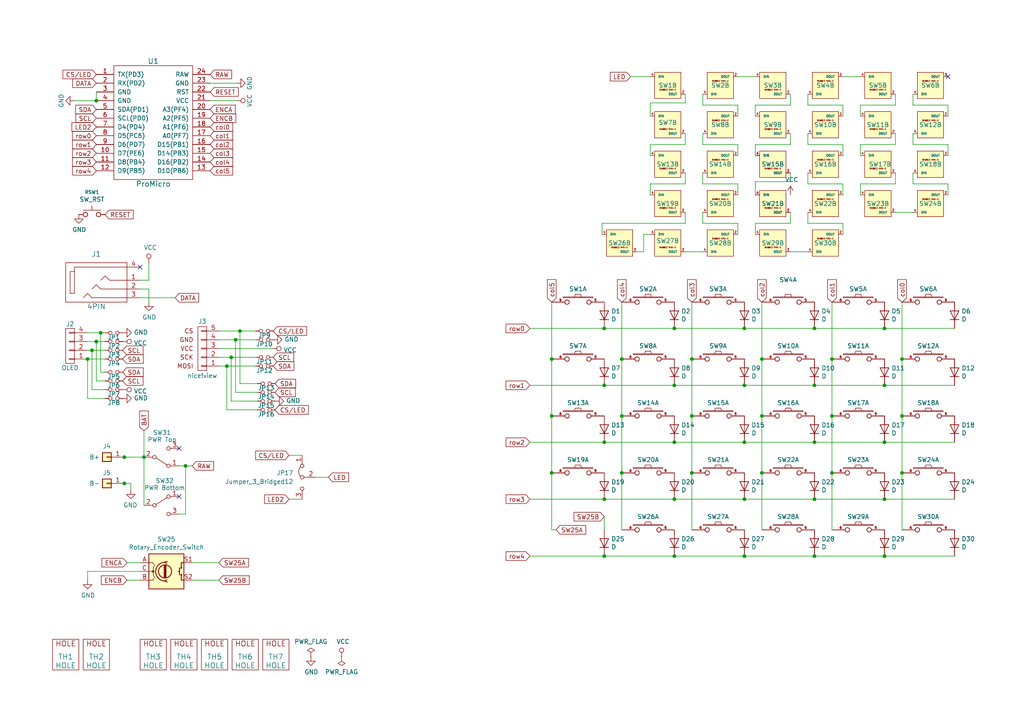
<source format=kicad_sch>
(kicad_sch (version 20231120) (generator "eeschema") (generator_version "8.0")
  (paper "A4")
  (junction (at 195.58 128.27))
  (junction (at 160.02 120.65))
  (junction (at 41.7576 132.588))
  (junction (at 261.62 104.14))
  (junction (at 195.58 111.76))
  (junction (at 256.54 128.27))
  (junction (at 256.54 161.29))
  (junction (at 160.02 104.14))
  (junction (at 27.94 99.06))
  (junction (at 29.21 96.52))
  (junction (at 67.056 103.632))
  (junction (at 200.66 104.14))
  (junction (at 236.22 128.27))
  (junction (at 220.98 137.16))
  (junction (at 236.22 95.25))
  (junction (at 69.596 96.012))
  (junction (at 160.02 137.16))
  (junction (at 65.786 106.172))
  (junction (at 175.26 128.27))
  (junction (at 195.58 95.25))
  (junction (at 256.54 111.76))
  (junction (at 200.66 137.16))
  (junction (at 261.62 137.16))
  (junction (at 220.98 104.14))
  (junction (at 236.22 111.76))
  (junction (at 175.26 144.78))
  (junction (at 180.34 104.14))
  (junction (at 256.54 95.25))
  (junction (at 68.326 98.552))
  (junction (at 215.9 95.25))
  (junction (at 241.3 120.65))
  (junction (at 215.9 128.27))
  (junction (at 195.58 144.78))
  (junction (at 236.22 144.78))
  (junction (at 215.9 144.78))
  (junction (at 175.26 111.76))
  (junction (at 27.94 29.21))
  (junction (at 175.26 95.25))
  (junction (at 220.98 120.65))
  (junction (at 200.66 120.65))
  (junction (at 195.58 161.29))
  (junction (at 25.4 104.14))
  (junction (at 180.34 137.16))
  (junction (at 36.068 140.208))
  (junction (at 53.8226 135.128))
  (junction (at 256.54 144.78))
  (junction (at 241.3 104.14))
  (junction (at 26.67 101.6))
  (junction (at 215.9 111.76))
  (junction (at 241.3 137.16))
  (junction (at 180.34 120.65))
  (junction (at 215.9 161.29))
  (junction (at 36.068 132.588))
  (junction (at 175.26 161.29))
  (junction (at 236.22 161.29))
  (junction (at 261.62 120.65))
  (no_connect (at 51.9176 130.048))
  (no_connect (at 51.9176 144.018))
  (no_connect (at 40.64 77.47))
  (no_connect (at 274.955 22.225))
  (wire (pts (xy 69.596 111.252) (xy 69.596 96.012)))
  (wire (pts (xy 160.02 120.65) (xy 160.02 137.16)))
  (wire (pts (xy 175.26 149.86) (xy 175.26 153.67)))
  (wire (pts (xy 215.9 128.27) (xy 236.22 128.27)))
  (wire (pts (xy 234.315 30.48) (xy 234.315 27.305)))
  (wire (pts (xy 40.64 86.36) (xy 50.8 86.36)))
  (wire (pts (xy 41.7576 124.968) (xy 41.7576 132.588)))
  (wire (pts (xy 175.26 161.29) (xy 195.58 161.29)))
  (wire (pts (xy 203.835 30.48) (xy 203.835 27.305)))
  (wire (pts (xy 203.835 41.91) (xy 203.835 38.735)))
  (wire (pts (xy 63.754 106.172) (xy 65.786 106.172)))
  (wire (pts (xy 203.835 53.34) (xy 203.835 50.165)))
  (wire (pts (xy 256.54 128.27) (xy 276.86 128.27)))
  (wire (pts (xy 213.995 64.77) (xy 203.835 64.77)))
  (wire (pts (xy 184.785 73.025) (xy 186.69 73.025)))
  (wire (pts (xy 229.235 27.305) (xy 229.235 30.48)))
  (wire (pts (xy 60.96 29.21) (xy 68.58 29.21)))
  (wire (pts (xy 25.4 99.06) (xy 27.94 99.06)))
  (wire (pts (xy 51.9176 149.098) (xy 53.8226 149.098)))
  (wire (pts (xy 186.69 67.945) (xy 188.595 67.945)))
  (wire (pts (xy 188.595 41.91) (xy 188.595 45.085)))
  (wire (pts (xy 220.98 120.65) (xy 220.98 137.16)))
  (wire (pts (xy 87.63 132.08) (xy 83.82 132.08)))
  (wire (pts (xy 51.9176 135.128) (xy 53.8226 135.128)))
  (wire (pts (xy 198.755 50.165) (xy 198.755 53.34)))
  (wire (pts (xy 25.4 115.57) (xy 30.48 115.57)))
  (wire (pts (xy 27.94 110.49) (xy 30.48 110.49)))
  (wire (pts (xy 36.068 140.208) (xy 36.0426 140.208)))
  (wire (pts (xy 274.955 45.085) (xy 274.955 41.91)))
  (wire (pts (xy 236.22 128.27) (xy 256.54 128.27)))
  (wire (pts (xy 160.02 153.67) (xy 161.29 153.67)))
  (wire (pts (xy 215.9 111.76) (xy 236.22 111.76)))
  (wire (pts (xy 53.8226 149.098) (xy 53.8226 135.128)))
  (wire (pts (xy 55.88 163.195) (xy 63.5 163.195)))
  (wire (pts (xy 41.7576 132.588) (xy 41.7576 146.558)))
  (wire (pts (xy 241.3 137.16) (xy 241.3 120.65)))
  (wire (pts (xy 43.18 81.28) (xy 40.64 81.28)))
  (wire (pts (xy 213.995 33.655) (xy 213.995 30.48)))
  (wire (pts (xy 244.475 64.77) (xy 234.315 64.77)))
  (wire (pts (xy 27.94 26.67) (xy 27.94 29.21)))
  (wire (pts (xy 200.66 104.14) (xy 200.66 120.65)))
  (wire (pts (xy 234.315 64.77) (xy 234.315 61.595)))
  (wire (pts (xy 213.995 30.48) (xy 203.835 30.48)))
  (wire (pts (xy 256.54 161.29) (xy 276.86 161.29)))
  (wire (pts (xy 37.9476 142.113) (xy 37.9476 140.208)))
  (wire (pts (xy 219.075 41.91) (xy 219.075 45.085)))
  (wire (pts (xy 195.58 128.27) (xy 175.26 128.27)))
  (wire (pts (xy 67.056 116.332) (xy 67.056 103.632)))
  (wire (pts (xy 25.4 104.14) (xy 25.4 115.57)))
  (wire (pts (xy 198.755 41.91) (xy 188.595 41.91)))
  (wire (pts (xy 95.25 138.43) (xy 91.44 138.43)))
  (wire (pts (xy 198.755 73.025) (xy 203.835 73.025)))
  (wire (pts (xy 195.58 95.25) (xy 215.9 95.25)))
  (wire (pts (xy 198.755 64.77) (xy 174.625 64.77)))
  (wire (pts (xy 229.235 52.705) (xy 219.075 52.705)))
  (wire (pts (xy 229.235 61.595) (xy 229.235 64.77)))
  (wire (pts (xy 160.02 87.63) (xy 160.02 104.14)))
  (wire (pts (xy 244.475 53.34) (xy 234.315 53.34)))
  (wire (pts (xy 43.18 83.82) (xy 43.18 87.63)))
  (wire (pts (xy 188.595 53.34) (xy 188.595 56.515)))
  (wire (pts (xy 249.555 30.48) (xy 249.555 33.655)))
  (wire (pts (xy 198.755 53.34) (xy 188.595 53.34)))
  (wire (pts (xy 261.62 104.14) (xy 261.62 87.63)))
  (wire (pts (xy 256.54 95.25) (xy 276.86 95.25)))
  (wire (pts (xy 186.69 73.025) (xy 186.69 67.945)))
  (wire (pts (xy 261.62 120.65) (xy 261.62 104.14)))
  (wire (pts (xy 249.555 53.34) (xy 249.555 56.515)))
  (wire (pts (xy 40.64 165.735) (xy 25.4 165.735)))
  (wire (pts (xy 160.02 104.14) (xy 160.02 120.65)))
  (wire (pts (xy 182.88 22.225) (xy 188.595 22.225)))
  (wire (pts (xy 63.754 101.092) (xy 78.994 101.092)))
  (wire (pts (xy 244.475 56.515) (xy 244.475 53.34)))
  (wire (pts (xy 25.4 101.6) (xy 26.67 101.6)))
  (wire (pts (xy 65.786 106.172) (xy 74.168 106.172)))
  (wire (pts (xy 229.235 30.48) (xy 219.075 30.48)))
  (wire (pts (xy 264.795 41.91) (xy 264.795 38.735)))
  (wire (pts (xy 195.58 95.25) (xy 175.26 95.25)))
  (wire (pts (xy 259.715 53.34) (xy 249.555 53.34)))
  (wire (pts (xy 53.8226 135.128) (xy 55.7276 135.128)))
  (wire (pts (xy 259.715 61.595) (xy 264.795 61.595)))
  (wire (pts (xy 195.58 161.29) (xy 215.9 161.29)))
  (wire (pts (xy 200.66 137.16) (xy 200.66 153.67)))
  (wire (pts (xy 36.83 163.195) (xy 40.64 163.195)))
  (wire (pts (xy 256.54 95.25) (xy 236.22 95.25)))
  (wire (pts (xy 198.755 38.735) (xy 198.755 41.91)))
  (wire (pts (xy 213.995 41.91) (xy 203.835 41.91)))
  (wire (pts (xy 259.715 38.735) (xy 259.715 41.91)))
  (wire (pts (xy 175.26 95.25) (xy 153.67 95.25)))
  (wire (pts (xy 229.235 41.91) (xy 219.075 41.91)))
  (wire (pts (xy 249.555 41.91) (xy 249.555 45.085)))
  (wire (pts (xy 219.075 64.77) (xy 219.075 67.945)))
  (wire (pts (xy 180.34 137.16) (xy 180.34 153.67)))
  (wire (pts (xy 37.9476 140.208) (xy 36.068 140.208)))
  (wire (pts (xy 29.21 96.52) (xy 30.48 96.52)))
  (wire (pts (xy 220.98 104.14) (xy 220.98 120.65)))
  (wire (pts (xy 274.955 53.34) (xy 264.795 53.34)))
  (wire (pts (xy 229.235 73.025) (xy 234.315 73.025)))
  (wire (pts (xy 213.995 45.085) (xy 213.995 41.91)))
  (wire (pts (xy 180.34 87.63) (xy 180.34 104.14)))
  (wire (pts (xy 87.63 144.78) (xy 83.82 144.78)))
  (wire (pts (xy 36.0426 132.588) (xy 36.068 132.588)))
  (wire (pts (xy 25.4 96.52) (xy 29.21 96.52)))
  (wire (pts (xy 69.596 96.012) (xy 74.168 96.012)))
  (wire (pts (xy 195.58 111.76) (xy 215.9 111.76)))
  (wire (pts (xy 174.625 64.77) (xy 174.625 67.945)))
  (wire (pts (xy 219.075 30.48) (xy 219.075 33.655)))
  (wire (pts (xy 256.54 111.76) (xy 276.86 111.76)))
  (wire (pts (xy 36.83 168.275) (xy 40.64 168.275)))
  (wire (pts (xy 29.21 107.95) (xy 30.48 107.95)))
  (wire (pts (xy 203.835 64.77) (xy 203.835 61.595)))
  (wire (pts (xy 180.34 120.65) (xy 180.34 137.16)))
  (wire (pts (xy 259.715 30.48) (xy 249.555 30.48)))
  (wire (pts (xy 241.3 87.63) (xy 241.3 104.14)))
  (wire (pts (xy 213.995 67.945) (xy 213.995 64.77)))
  (wire (pts (xy 236.22 161.29) (xy 256.54 161.29)))
  (wire (pts (xy 26.67 101.6) (xy 26.67 113.03)))
  (wire (pts (xy 241.3 104.14) (xy 241.3 120.65)))
  (wire (pts (xy 27.94 29.21) (xy 21.59 29.21)))
  (wire (pts (xy 244.475 33.655) (xy 244.475 30.48)))
  (wire (pts (xy 200.66 120.65) (xy 200.66 137.16)))
  (wire (pts (xy 26.67 101.6) (xy 30.48 101.6)))
  (wire (pts (xy 274.955 41.91) (xy 264.795 41.91)))
  (wire (pts (xy 274.955 33.655) (xy 274.955 30.48)))
  (wire (pts (xy 27.94 99.06) (xy 30.48 99.06)))
  (wire (pts (xy 195.58 111.76) (xy 175.26 111.76)))
  (wire (pts (xy 30.48 104.14) (xy 25.4 104.14)))
  (wire (pts (xy 43.18 76.2) (xy 43.18 81.28)))
  (wire (pts (xy 60.96 24.13) (xy 68.58 24.13)))
  (wire (pts (xy 68.326 98.552) (xy 74.168 98.552)))
  (wire (pts (xy 213.995 22.225) (xy 219.075 22.225)))
  (wire (pts (xy 229.235 38.735) (xy 229.235 41.91)))
  (wire (pts (xy 234.315 41.91) (xy 234.315 38.735)))
  (wire (pts (xy 244.475 30.48) (xy 234.315 30.48)))
  (wire (pts (xy 63.754 98.552) (xy 68.326 98.552)))
  (wire (pts (xy 264.795 53.34) (xy 264.795 50.165)))
  (wire (pts (xy 27.94 99.06) (xy 27.94 110.49)))
  (wire (pts (xy 261.62 120.65) (xy 261.62 137.16)))
  (wire (pts (xy 236.22 111.76) (xy 256.54 111.76)))
  (wire (pts (xy 219.075 52.705) (xy 219.075 56.515)))
  (wire (pts (xy 29.21 96.52) (xy 29.21 107.95)))
  (wire (pts (xy 36.068 132.588) (xy 41.7576 132.588)))
  (wire (pts (xy 40.64 83.82) (xy 43.18 83.82)))
  (wire (pts (xy 261.62 137.16) (xy 261.62 153.67)))
  (wire (pts (xy 175.26 111.76) (xy 153.67 111.76)))
  (wire (pts (xy 259.715 50.165) (xy 259.715 53.34)))
  (wire (pts (xy 259.715 41.91) (xy 249.555 41.91)))
  (wire (pts (xy 26.67 113.03) (xy 30.48 113.03)))
  (wire (pts (xy 256.54 144.78) (xy 276.86 144.78)))
  (wire (pts (xy 188.595 29.845) (xy 188.595 33.655)))
  (wire (pts (xy 195.58 144.78) (xy 215.9 144.78)))
  (wire (pts (xy 274.955 56.515) (xy 274.955 53.34)))
  (wire (pts (xy 180.34 104.14) (xy 180.34 120.65)))
  (wire (pts (xy 259.715 27.305) (xy 259.715 30.48)))
  (wire (pts (xy 74.676 113.792) (xy 68.326 113.792)))
  (wire (pts (xy 65.786 118.872) (xy 65.786 106.172)))
  (wire (pts (xy 153.67 161.29) (xy 175.26 161.29)))
  (wire (pts (xy 264.795 30.48) (xy 264.795 27.305)))
  (wire (pts (xy 244.475 41.91) (xy 234.315 41.91)))
  (wire (pts (xy 195.58 144.78) (xy 175.26 144.78)))
  (wire (pts (xy 213.995 53.34) (xy 203.835 53.34)))
  (wire (pts (xy 241.3 137.16) (xy 241.3 153.67)))
  (wire (pts (xy 200.66 87.63) (xy 200.66 104.14)))
  (wire (pts (xy 215.9 144.78) (xy 236.22 144.78)))
  (wire (pts (xy 198.755 27.305) (xy 198.755 29.845)))
  (wire (pts (xy 67.056 103.632) (xy 74.168 103.632)))
  (wire (pts (xy 220.98 137.16) (xy 220.98 153.67)))
  (wire (pts (xy 244.475 45.085) (xy 244.475 41.91)))
  (wire (pts (xy 215.9 161.29) (xy 236.22 161.29)))
  (wire (pts (xy 229.235 64.77) (xy 219.075 64.77)))
  (wire (pts (xy 244.475 22.225) (xy 249.555 22.225)))
  (wire (pts (xy 274.955 30.48) (xy 264.795 30.48)))
  (wire (pts (xy 63.754 103.632) (xy 67.056 103.632)))
  (wire (pts (xy 229.235 50.165) (xy 229.235 52.705)))
  (wire (pts (xy 198.755 61.595) (xy 198.755 64.77)))
  (wire (pts (xy 63.754 96.012) (xy 69.596 96.012)))
  (wire (pts (xy 68.326 113.792) (xy 68.326 98.552)))
  (wire (pts (xy 74.676 111.252) (xy 69.596 111.252)))
  (wire (pts (xy 234.315 53.34) (xy 234.315 50.165)))
  (wire (pts (xy 220.98 87.63) (xy 220.98 104.14)))
  (wire (pts (xy 74.676 118.872) (xy 65.786 118.872)))
  (wire (pts (xy 215.9 95.25) (xy 236.22 95.25)))
  (wire (pts (xy 74.676 116.332) (xy 67.056 116.332)))
  (wire (pts (xy 175.26 128.27) (xy 153.67 128.27)))
  (wire (pts (xy 244.475 67.945) (xy 244.475 64.77)))
  (wire (pts (xy 25.4 165.735) (xy 25.4 168.275)))
  (wire (pts (xy 160.02 137.16) (xy 160.02 153.67)))
  (wire (pts (xy 55.88 168.275) (xy 63.5 168.275)))
  (wire (pts (xy 213.995 56.515) (xy 213.995 53.34)))
  (wire (pts (xy 236.22 144.78) (xy 256.54 144.78)))
  (wire (pts (xy 198.755 29.845) (xy 188.595 29.845)))
  (wire (pts (xy 195.58 128.27) (xy 215.9 128.27)))
  (wire (pts (xy 175.26 144.78) (xy 153.67 144.78)))
  (global_label "col2" (shape input) (at 220.98 87.63 90) (property "Intersheetrefs" "${INTERSHEET_REFS}" (effects (hide yes))))
  (global_label "DATA" (shape input) (at 50.8 86.36 0) (property "Intersheetrefs" "${INTERSHEET_REFS}" (effects (hide yes))))
  (global_label "RESET" (shape input) (at 30.48 62.23 0) (property "Intersheetrefs" "${INTERSHEET_REFS}" (effects (hide yes))))
  (global_label "col4" (shape input) (at 60.96 46.99 0) (property "Intersheetrefs" "${INTERSHEET_REFS}" (effects (hide yes))))
  (global_label "ENCA" (shape input) (at 60.96 31.75 0) (property "Intersheetrefs" "${INTERSHEET_REFS}" (effects (hide yes))))
  (global_label "RESET" (shape input) (at 60.96 26.67 0) (property "Intersheetrefs" "${INTERSHEET_REFS}" (effects (hide yes))))
  (global_label "row3" (shape input) (at 153.67 144.78 180) (property "Intersheetrefs" "${INTERSHEET_REFS}" (effects (hide yes))))
  (global_label "row1" (shape input) (at 153.67 111.76 180) (property "Intersheetrefs" "${INTERSHEET_REFS}" (effects (hide yes))))
  (global_label "col0" (shape input) (at 60.96 36.83 0) (property "Intersheetrefs" "${INTERSHEET_REFS}" (effects (hide yes))))
  (global_label "CS{slash}LED" (shape input) (at 83.82 132.08 180) (property "Intersheetrefs" "${INTERSHEET_REFS}" (effects (hide yes))))
  (global_label "LED2" (shape input) (at 27.94 36.83 180) (property "Intersheetrefs" "${INTERSHEET_REFS}" (effects (hide yes))))
  (global_label "ENCB" (shape input) (at 60.96 34.29 0) (property "Intersheetrefs" "${INTERSHEET_REFS}" (effects (hide yes))))
  (global_label "SW25B" (shape input) (at 175.26 149.86 180) (property "Intersheetrefs" "${INTERSHEET_REFS}" (effects (hide yes))))
  (global_label "ENCA" (shape input) (at 36.83 163.195 180) (property "Intersheetrefs" "${INTERSHEET_REFS}" (effects (hide yes))))
  (global_label "col2" (shape input) (at 60.96 41.91 0) (property "Intersheetrefs" "${INTERSHEET_REFS}" (effects (hide yes))))
  (global_label "row4" (shape input) (at 27.94 49.53 180) (property "Intersheetrefs" "${INTERSHEET_REFS}" (effects (hide yes))))
  (global_label "col3" (shape input) (at 200.66 87.63 90) (property "Intersheetrefs" "${INTERSHEET_REFS}" (effects (hide yes))))
  (global_label "SDA" (shape input) (at 35.56 107.95 0) (property "Intersheetrefs" "${INTERSHEET_REFS}" (effects (hide yes))))
  (global_label "SCL" (shape input) (at 35.56 101.6 0) (property "Intersheetrefs" "${INTERSHEET_REFS}" (effects (hide yes))))
  (global_label "SCL" (shape input) (at 27.94 34.29 180) (property "Intersheetrefs" "${INTERSHEET_REFS}" (effects (hide yes))))
  (global_label "DATA" (shape input) (at 27.94 24.13 180) (property "Intersheetrefs" "${INTERSHEET_REFS}" (effects (hide yes))))
  (global_label "SW25B" (shape input) (at 63.5 168.275 0) (property "Intersheetrefs" "${INTERSHEET_REFS}" (effects (hide yes))))
  (global_label "SW25A" (shape input) (at 161.29 153.67 0) (property "Intersheetrefs" "${INTERSHEET_REFS}" (effects (hide yes))))
  (global_label "BAT" (shape input) (at 41.7576 124.968 90) (property "Intersheetrefs" "${INTERSHEET_REFS}" (effects (hide yes))))
  (global_label "CS{slash}LED" (shape input) (at 79.756 118.872 0) (property "Intersheetrefs" "${INTERSHEET_REFS}" (effects (hide yes))))
  (global_label "SCL" (shape input) (at 79.756 113.792 0) (property "Intersheetrefs" "${INTERSHEET_REFS}" (effects (hide yes))))
  (global_label "row4" (shape input) (at 153.67 161.29 180) (property "Intersheetrefs" "${INTERSHEET_REFS}" (effects (hide yes))))
  (global_label "SW25A" (shape input) (at 63.5 163.195 0) (property "Intersheetrefs" "${INTERSHEET_REFS}" (effects (hide yes))))
  (global_label "row2" (shape input) (at 153.67 128.27 180) (property "Intersheetrefs" "${INTERSHEET_REFS}" (effects (hide yes))))
  (global_label "row0" (shape input) (at 27.94 39.37 180) (property "Intersheetrefs" "${INTERSHEET_REFS}" (effects (hide yes))))
  (global_label "CS{slash}LED" (shape input) (at 27.94 21.59 180) (property "Intersheetrefs" "${INTERSHEET_REFS}" (effects (hide yes))))
  (global_label "SDA" (shape input) (at 79.248 106.172 0) (property "Intersheetrefs" "${INTERSHEET_REFS}" (effects (hide yes))))
  (global_label "LED" (shape input) (at 95.25 138.43 0) (property "Intersheetrefs" "${INTERSHEET_REFS}" (effects (hide yes))))
  (global_label "col5" (shape input) (at 60.96 49.53 0) (property "Intersheetrefs" "${INTERSHEET_REFS}" (effects (hide yes))))
  (global_label "SDA" (shape input) (at 27.94 31.75 180) (property "Intersheetrefs" "${INTERSHEET_REFS}" (effects (hide yes))))
  (global_label "RAW" (shape input) (at 60.96 21.59 0) (property "Intersheetrefs" "${INTERSHEET_REFS}" (effects (hide yes))))
  (global_label "row1" (shape input) (at 27.94 41.91 180) (property "Intersheetrefs" "${INTERSHEET_REFS}" (effects (hide yes))))
  (global_label "row0" (shape input) (at 153.67 95.25 180) (property "Intersheetrefs" "${INTERSHEET_REFS}" (effects (hide yes))))
  (global_label "col1" (shape input) (at 60.96 39.37 0) (property "Intersheetrefs" "${INTERSHEET_REFS}" (effects (hide yes))))
  (global_label "LED" (shape input) (at 182.88 22.225 180) (property "Intersheetrefs" "${INTERSHEET_REFS}" (effects (hide yes))))
  (global_label "CS{slash}LED" (shape input) (at 79.248 96.012 0) (property "Intersheetrefs" "${INTERSHEET_REFS}" (effects (hide yes))))
  (global_label "LED2" (shape input) (at 83.82 144.78 180) (property "Intersheetrefs" "${INTERSHEET_REFS}" (effects (hide yes))))
  (global_label "SCL" (shape input) (at 35.56 110.49 0) (property "Intersheetrefs" "${INTERSHEET_REFS}" (effects (hide yes))))
  (global_label "row2" (shape input) (at 27.94 44.45 180) (property "Intersheetrefs" "${INTERSHEET_REFS}" (effects (hide yes))))
  (global_label "SDA" (shape input) (at 79.756 111.252 0) (property "Intersheetrefs" "${INTERSHEET_REFS}" (effects (hide yes))))
  (global_label "RAW" (shape input) (at 55.7276 135.128 0) (property "Intersheetrefs" "${INTERSHEET_REFS}" (effects (hide yes))))
  (global_label "col1" (shape input) (at 241.3 87.63 90) (property "Intersheetrefs" "${INTERSHEET_REFS}" (effects (hide yes))))
  (global_label "ENCB" (shape input) (at 36.83 168.275 180) (property "Intersheetrefs" "${INTERSHEET_REFS}" (effects (hide yes))))
  (global_label "col5" (shape input) (at 160.02 87.63 90) (property "Intersheetrefs" "${INTERSHEET_REFS}" (effects (hide yes))))
  (global_label "col3" (shape input) (at 60.96 44.45 0) (property "Intersheetrefs" "${INTERSHEET_REFS}" (effects (hide yes))))
  (global_label "row3" (shape input) (at 27.94 46.99 180) (property "Intersheetrefs" "${INTERSHEET_REFS}" (effects (hide yes))))
  (global_label "col0" (shape input) (at 261.62 87.63 90) (property "Intersheetrefs" "${INTERSHEET_REFS}" (effects (hide yes))))
  (global_label "col4" (shape input) (at 180.34 87.63 90) (property "Intersheetrefs" "${INTERSHEET_REFS}" (effects (hide yes))))
  (global_label "SDA" (shape input) (at 35.56 104.14 0) (property "Intersheetrefs" "${INTERSHEET_REFS}" (effects (hide yes))))
  (global_label "SCL" (shape input) (at 79.248 103.632 0) (property "Intersheetrefs" "${INTERSHEET_REFS}" (effects (hide yes))))
  (symbol (lib_id "SofleKeyboard-rescue:ProMicro_2-Lily58-cache-Lily58_Pro-rescue") (at 44.45 35.56 0) (unit 1)
    (property "Reference" "U1" (at 44.45 17.78 0) (effects (font (size 1.524 1.524))))
    (property "Value" "ProMicro" (at 44.45 53.34 0) (effects (font (size 1.524 1.524))))
    (property "Footprint" "SofleChoc:ProMicro" (effects (hide yes)))
  )
  (symbol (lib_id "SofleKeyboard:SW_PUSH_LED") (at 187.96 153.67 0) (unit 1)
    (property "Reference" "SW26" (at 187.96 149.86 0))
    (property "Value" "SW_PUSH_LED" (effects (hide yes)))
    (property "Footprint" "SofleChoc:Choc_Hotswap_SK6812MiniE" (effects (hide yes)))
  )
  (symbol (lib_id "SofleKeyboard:SW_PUSH_LED") (at 167.64 87.63 0) (unit 1)
    (property "Reference" "SW1" (at 167.64 83.82 0))
    (property "Value" "SW_PUSH_LED" (effects (hide yes)))
    (property "Footprint" "SofleChoc:Choc_Hotswap_SK6812MiniE" (effects (hide yes)))
  )
  (symbol (lib_id "SofleKeyboard-rescue:D-Lily58-cache-Lily58_Pro-rescue") (at 175.26 91.44 90) (unit 1)
    (property "Reference" "D1" (at 177.2666 90.2716 90) (effects (justify right)))
    (property "Value" "D" (at 177.2666 92.583 90) (effects (justify right)))
    (property "Footprint" "SofleChoc:crkbd-diode" (effects (hide yes)))
  )
  (symbol (lib_id "SofleKeyboard:SW_PUSH_LED") (at 187.96 87.63 0) (unit 1)
    (property "Reference" "SW2" (at 187.96 83.82 0))
    (property "Value" "SW_PUSH_LED" (effects (hide yes)))
    (property "Footprint" "SofleChoc:Choc_Hotswap_SK6812MiniE" (effects (hide yes)))
  )
  (symbol (lib_id "SofleKeyboard-rescue:D-Lily58-cache-Lily58_Pro-rescue") (at 195.58 91.44 90) (unit 1)
    (property "Reference" "D2" (at 197.5866 90.2716 90) (effects (justify right)))
    (property "Value" "D" (at 197.5866 92.583 90) (effects (justify right)))
    (property "Footprint" "SofleChoc:crkbd-diode" (effects (hide yes)))
  )
  (symbol (lib_id "SofleKeyboard:SW_PUSH_LED") (at 208.28 87.63 0) (unit 1)
    (property "Reference" "SW3" (at 208.28 83.82 0))
    (property "Value" "SW_PUSH_LED" (effects (hide yes)))
    (property "Footprint" "SofleChoc:Choc_Hotswap_SK6812MiniE" (effects (hide yes)))
  )
  (symbol (lib_id "SofleKeyboard-rescue:D-Lily58-cache-Lily58_Pro-rescue") (at 215.9 91.44 90) (unit 1)
    (property "Reference" "D3" (at 217.9066 90.2716 90) (effects (justify right)))
    (property "Value" "D" (at 217.9066 92.583 90) (effects (justify right)))
    (property "Footprint" "SofleChoc:crkbd-diode" (effects (hide yes)))
  )
  (symbol (lib_id "SofleKeyboard:SW_PUSH_LED") (at 228.6 87.63 0) (unit 1)
    (property "Reference" "SW4" (at 228.6 81.153 0))
    (property "Value" "SW_PUSH_LED" (effects (hide yes)))
    (property "Footprint" "SofleChoc:Choc_Hotswap_SK6812MiniE" (effects (hide yes)))
  )
  (symbol (lib_id "SofleKeyboard-rescue:D-Lily58-cache-Lily58_Pro-rescue") (at 236.22 91.44 90) (unit 1)
    (property "Reference" "D4" (at 238.2266 90.2716 90) (effects (justify right)))
    (property "Value" "D" (at 238.2266 92.583 90) (effects (justify right)))
    (property "Footprint" "SofleChoc:crkbd-diode" (effects (hide yes)))
  )
  (symbol (lib_id "SofleKeyboard:SW_PUSH_LED") (at 248.92 87.63 0) (unit 1)
    (property "Reference" "SW5" (at 248.92 83.82 0))
    (property "Value" "SW_PUSH_LED" (effects (hide yes)))
    (property "Footprint" "SofleChoc:Choc_Hotswap_SK6812MiniE" (effects (hide yes)))
  )
  (symbol (lib_id "SofleKeyboard-rescue:D-Lily58-cache-Lily58_Pro-rescue") (at 256.54 91.44 90) (unit 1)
    (property "Reference" "D5" (at 258.5466 90.2716 90) (effects (justify right)))
    (property "Value" "D" (at 258.5466 92.583 90) (effects (justify right)))
    (property "Footprint" "SofleChoc:crkbd-diode" (effects (hide yes)))
  )
  (symbol (lib_id "SofleKeyboard:SW_PUSH_LED") (at 269.24 87.63 0) (unit 1)
    (property "Reference" "SW6" (at 269.24 83.82 0))
    (property "Value" "SW_PUSH_LED" (effects (hide yes)))
    (property "Footprint" "SofleChoc:Choc_Hotswap_SK6812MiniE" (effects (hide yes)))
  )
  (symbol (lib_id "SofleKeyboard-rescue:D-Lily58-cache-Lily58_Pro-rescue") (at 276.86 91.44 90) (unit 1)
    (property "Reference" "D6" (at 278.8666 90.2716 90) (effects (justify right)))
    (property "Value" "D" (at 278.8666 92.583 90) (effects (justify right)))
    (property "Footprint" "SofleChoc:crkbd-diode" (effects (hide yes)))
  )
  (symbol (lib_id "SofleKeyboard:SW_PUSH_LED") (at 187.96 104.14 0) (unit 1)
    (property "Reference" "SW8" (at 187.96 100.33 0))
    (property "Value" "SW_PUSH_LED" (effects (hide yes)))
    (property "Footprint" "SofleChoc:Choc_Hotswap_SK6812MiniE" (effects (hide yes)))
  )
  (symbol (lib_id "SofleKeyboard:SW_PUSH_LED") (at 208.28 104.14 0) (unit 1)
    (property "Reference" "SW9" (at 208.28 100.33 0))
    (property "Value" "SW_PUSH_LED" (effects (hide yes)))
    (property "Footprint" "SofleChoc:Choc_Hotswap_SK6812MiniE" (effects (hide yes)))
  )
  (symbol (lib_id "SofleKeyboard:SW_PUSH_LED") (at 228.6 104.14 0) (unit 1)
    (property "Reference" "SW10" (at 228.6 100.33 0))
    (property "Value" "SW_PUSH_LED" (effects (hide yes)))
    (property "Footprint" "SofleChoc:Choc_Hotswap_SK6812MiniE" (effects (hide yes)))
  )
  (symbol (lib_id "SofleKeyboard:SW_PUSH_LED") (at 248.92 104.14 0) (unit 1)
    (property "Reference" "SW11" (at 248.92 100.33 0))
    (property "Value" "SW_PUSH_LED" (effects (hide yes)))
    (property "Footprint" "SofleChoc:Choc_Hotswap_SK6812MiniE" (effects (hide yes)))
  )
  (symbol (lib_id "SofleKeyboard:SW_PUSH_LED") (at 269.24 104.14 0) (unit 1)
    (property "Reference" "SW12" (at 269.24 100.33 0))
    (property "Value" "SW_PUSH_LED" (effects (hide yes)))
    (property "Footprint" "SofleChoc:Choc_Hotswap_SK6812MiniE" (effects (hide yes)))
  )
  (symbol (lib_id "SofleKeyboard:SW_PUSH_LED") (at 167.64 104.14 0) (unit 1)
    (property "Reference" "SW7" (at 167.64 100.33 0))
    (property "Value" "SW_PUSH_LED" (effects (hide yes)))
    (property "Footprint" "SofleChoc:Choc_Hotswap_SK6812MiniE" (effects (hide yes)))
  )
  (symbol (lib_id "SofleKeyboard-rescue:D-Lily58-cache-Lily58_Pro-rescue") (at 175.26 107.95 90) (unit 1)
    (property "Reference" "D7" (at 177.2666 106.7816 90) (effects (justify right)))
    (property "Value" "D" (at 177.2666 109.093 90) (effects (justify right)))
    (property "Footprint" "SofleChoc:crkbd-diode" (effects (hide yes)))
  )
  (symbol (lib_id "SofleKeyboard-rescue:D-Lily58-cache-Lily58_Pro-rescue") (at 195.58 107.95 90) (unit 1)
    (property "Reference" "D8" (at 197.5866 106.7816 90) (effects (justify right)))
    (property "Value" "D" (at 197.5866 109.093 90) (effects (justify right)))
    (property "Footprint" "SofleChoc:crkbd-diode" (effects (hide yes)))
  )
  (symbol (lib_id "SofleKeyboard-rescue:D-Lily58-cache-Lily58_Pro-rescue") (at 215.9 107.95 90) (unit 1)
    (property "Reference" "D9" (at 217.9066 106.7816 90) (effects (justify right)))
    (property "Value" "D" (at 217.9066 109.093 90) (effects (justify right)))
    (property "Footprint" "SofleChoc:crkbd-diode" (effects (hide yes)))
  )
  (symbol (lib_id "SofleKeyboard-rescue:D-Lily58-cache-Lily58_Pro-rescue") (at 236.22 107.95 90) (unit 1)
    (property "Reference" "D10" (at 238.2266 106.7816 90) (effects (justify right)))
    (property "Value" "D" (at 238.2266 109.093 90) (effects (justify right)))
    (property "Footprint" "SofleChoc:crkbd-diode" (effects (hide yes)))
  )
  (symbol (lib_id "SofleKeyboard-rescue:D-Lily58-cache-Lily58_Pro-rescue") (at 256.54 107.95 90) (unit 1)
    (property "Reference" "D11" (at 258.5466 106.7816 90) (effects (justify right)))
    (property "Value" "D" (at 258.5466 109.093 90) (effects (justify right)))
    (property "Footprint" "SofleChoc:crkbd-diode" (effects (hide yes)))
  )
  (symbol (lib_id "SofleKeyboard-rescue:D-Lily58-cache-Lily58_Pro-rescue") (at 276.86 107.95 90) (unit 1)
    (property "Reference" "D12" (at 278.8666 106.7816 90) (effects (justify right)))
    (property "Value" "D" (at 278.8666 109.093 90) (effects (justify right)))
    (property "Footprint" "SofleChoc:crkbd-diode" (effects (hide yes)))
  )
  (symbol (lib_id "SofleKeyboard:SW_PUSH_LED") (at 167.64 120.65 0) (unit 1)
    (property "Reference" "SW13" (at 167.64 116.84 0))
    (property "Value" "SW_PUSH_LED" (effects (hide yes)))
    (property "Footprint" "SofleChoc:Choc_Hotswap_SK6812MiniE" (effects (hide yes)))
  )
  (symbol (lib_id "SofleKeyboard:SW_PUSH_LED") (at 187.96 120.65 0) (unit 1)
    (property "Reference" "SW14" (at 187.96 116.84 0))
    (property "Value" "SW_PUSH_LED" (effects (hide yes)))
    (property "Footprint" "SofleChoc:Choc_Hotswap_SK6812MiniE" (effects (hide yes)))
  )
  (symbol (lib_id "SofleKeyboard:SW_PUSH_LED") (at 208.28 120.65 0) (unit 1)
    (property "Reference" "SW15" (at 208.28 116.84 0))
    (property "Value" "SW_PUSH_LED" (effects (hide yes)))
    (property "Footprint" "SofleChoc:Choc_Hotswap_SK6812MiniE" (effects (hide yes)))
  )
  (symbol (lib_id "SofleKeyboard:SW_PUSH_LED") (at 228.6 120.65 0) (unit 1)
    (property "Reference" "SW16" (at 228.6 116.84 0))
    (property "Value" "SW_PUSH_LED" (effects (hide yes)))
    (property "Footprint" "SofleChoc:Choc_Hotswap_SK6812MiniE" (effects (hide yes)))
  )
  (symbol (lib_id "SofleKeyboard:SW_PUSH_LED") (at 248.92 120.65 0) (unit 1)
    (property "Reference" "SW17" (at 248.92 116.84 0))
    (property "Value" "SW_PUSH_LED" (effects (hide yes)))
    (property "Footprint" "SofleChoc:Choc_Hotswap_SK6812MiniE" (effects (hide yes)))
  )
  (symbol (lib_id "SofleKeyboard:SW_PUSH_LED") (at 269.24 120.65 0) (unit 1)
    (property "Reference" "SW18" (at 269.24 116.84 0))
    (property "Value" "SW_PUSH_LED" (effects (hide yes)))
    (property "Footprint" "SofleChoc:Choc_Hotswap_SK6812MiniE" (effects (hide yes)))
  )
  (symbol (lib_id "SofleKeyboard-rescue:D-Lily58-cache-Lily58_Pro-rescue") (at 175.26 124.46 90) (unit 1)
    (property "Reference" "D13" (at 177.2666 123.2916 90) (effects (justify right)))
    (property "Value" "D" (at 177.2666 125.603 90) (effects (justify right)))
    (property "Footprint" "SofleChoc:crkbd-diode" (effects (hide yes)))
  )
  (symbol (lib_id "SofleKeyboard-rescue:D-Lily58-cache-Lily58_Pro-rescue") (at 195.58 124.46 90) (unit 1)
    (property "Reference" "D14" (at 197.5866 123.2916 90) (effects (justify right)))
    (property "Value" "D" (at 197.5866 125.603 90) (effects (justify right)))
    (property "Footprint" "SofleChoc:crkbd-diode" (effects (hide yes)))
  )
  (symbol (lib_id "SofleKeyboard-rescue:D-Lily58-cache-Lily58_Pro-rescue") (at 215.9 124.46 90) (unit 1)
    (property "Reference" "D15" (at 217.9066 123.2916 90) (effects (justify right)))
    (property "Value" "D" (at 217.9066 125.603 90) (effects (justify right)))
    (property "Footprint" "SofleChoc:crkbd-diode" (effects (hide yes)))
  )
  (symbol (lib_id "SofleKeyboard-rescue:D-Lily58-cache-Lily58_Pro-rescue") (at 236.22 124.46 90) (unit 1)
    (property "Reference" "D16" (at 238.2266 123.2916 90) (effects (justify right)))
    (property "Value" "D" (at 238.2266 125.603 90) (effects (justify right)))
    (property "Footprint" "SofleChoc:crkbd-diode" (effects (hide yes)))
  )
  (symbol (lib_id "SofleKeyboard-rescue:D-Lily58-cache-Lily58_Pro-rescue") (at 256.54 124.46 90) (unit 1)
    (property "Reference" "D17" (at 258.5466 123.2916 90) (effects (justify right)))
    (property "Value" "D" (at 258.5466 125.603 90) (effects (justify right)))
    (property "Footprint" "SofleChoc:crkbd-diode" (effects (hide yes)))
  )
  (symbol (lib_id "SofleKeyboard-rescue:D-Lily58-cache-Lily58_Pro-rescue") (at 276.86 124.46 90) (unit 1)
    (property "Reference" "D18" (at 278.8666 123.2916 90) (effects (justify right)))
    (property "Value" "D" (at 278.8666 125.603 90) (effects (justify right)))
    (property "Footprint" "SofleChoc:crkbd-diode" (effects (hide yes)))
  )
  (symbol (lib_id "SofleKeyboard:SW_PUSH_LED") (at 208.28 137.16 0) (unit 1)
    (property "Reference" "SW21" (at 208.28 133.35 0))
    (property "Value" "SW_PUSH_LED" (effects (hide yes)))
    (property "Footprint" "SofleChoc:Choc_Hotswap_SK6812MiniE" (effects (hide yes)))
  )
  (symbol (lib_id "SofleKeyboard:SW_PUSH_LED") (at 228.6 137.16 0) (unit 1)
    (property "Reference" "SW22" (at 228.6 133.35 0))
    (property "Value" "SW_PUSH_LED" (effects (hide yes)))
    (property "Footprint" "SofleChoc:Choc_Hotswap_SK6812MiniE" (effects (hide yes)))
  )
  (symbol (lib_id "SofleKeyboard:SW_PUSH_LED") (at 248.92 137.16 0) (unit 1)
    (property "Reference" "SW23" (at 248.92 133.35 0))
    (property "Value" "SW_PUSH_LED" (effects (hide yes)))
    (property "Footprint" "SofleChoc:Choc_Hotswap_SK6812MiniE" (effects (hide yes)))
  )
  (symbol (lib_id "SofleKeyboard:SW_PUSH_LED") (at 269.24 137.16 0) (unit 1)
    (property "Reference" "SW24" (at 269.24 133.35 0))
    (property "Value" "SW_PUSH_LED" (effects (hide yes)))
    (property "Footprint" "SofleChoc:Choc_Hotswap_SK6812MiniE" (effects (hide yes)))
  )
  (symbol (lib_id "SofleKeyboard:SW_PUSH_LED") (at 187.96 137.16 0) (unit 1)
    (property "Reference" "SW20" (at 187.96 133.35 0))
    (property "Value" "SW_PUSH_LED" (effects (hide yes)))
    (property "Footprint" "SofleChoc:Choc_Hotswap_SK6812MiniE" (effects (hide yes)))
  )
  (symbol (lib_id "SofleKeyboard:SW_PUSH_LED") (at 167.64 137.16 0) (unit 1)
    (property "Reference" "SW19" (at 167.64 133.35 0))
    (property "Value" "SW_PUSH_LED" (effects (hide yes)))
    (property "Footprint" "SofleChoc:Choc_Hotswap_SK6812MiniE" (effects (hide yes)))
  )
  (symbol (lib_id "SofleKeyboard-rescue:D-Lily58-cache-Lily58_Pro-rescue") (at 175.26 140.97 90) (unit 1)
    (property "Reference" "D19" (at 177.2666 139.8016 90) (effects (justify right)))
    (property "Value" "D" (at 177.2666 142.113 90) (effects (justify right)))
    (property "Footprint" "SofleChoc:crkbd-diode" (effects (hide yes)))
  )
  (symbol (lib_id "SofleKeyboard-rescue:D-Lily58-cache-Lily58_Pro-rescue") (at 195.58 140.97 90) (unit 1)
    (property "Reference" "D20" (at 197.5866 139.8016 90) (effects (justify right)))
    (property "Value" "D" (at 197.5866 142.113 90) (effects (justify right)))
    (property "Footprint" "SofleChoc:crkbd-diode" (effects (hide yes)))
  )
  (symbol (lib_id "SofleKeyboard-rescue:D-Lily58-cache-Lily58_Pro-rescue") (at 215.9 140.97 90) (unit 1)
    (property "Reference" "D21" (at 217.9066 139.8016 90) (effects (justify right)))
    (property "Value" "D" (at 217.9066 142.113 90) (effects (justify right)))
    (property "Footprint" "SofleChoc:crkbd-diode" (effects (hide yes)))
  )
  (symbol (lib_id "SofleKeyboard-rescue:D-Lily58-cache-Lily58_Pro-rescue") (at 236.22 140.97 90) (unit 1)
    (property "Reference" "D22" (at 238.2266 139.8016 90) (effects (justify right)))
    (property "Value" "D" (at 238.2266 142.113 90) (effects (justify right)))
    (property "Footprint" "SofleChoc:crkbd-diode" (effects (hide yes)))
  )
  (symbol (lib_id "SofleKeyboard-rescue:D-Lily58-cache-Lily58_Pro-rescue") (at 256.54 140.97 90) (unit 1)
    (property "Reference" "D23" (at 258.5466 139.8016 90) (effects (justify right)))
    (property "Value" "D" (at 258.5466 142.113 90) (effects (justify right)))
    (property "Footprint" "SofleChoc:crkbd-diode" (effects (hide yes)))
  )
  (symbol (lib_id "SofleKeyboard-rescue:D-Lily58-cache-Lily58_Pro-rescue") (at 276.86 140.97 90) (unit 1)
    (property "Reference" "D24" (at 278.8666 139.8016 90) (effects (justify right)))
    (property "Value" "D" (at 278.8666 142.113 90) (effects (justify right)))
    (property "Footprint" "SofleChoc:crkbd-diode" (effects (hide yes)))
  )
  (symbol (lib_id "SofleKeyboard:SW_PUSH_LED") (at 208.28 153.67 0) (unit 1)
    (property "Reference" "SW27" (at 208.28 149.86 0))
    (property "Value" "SW_PUSH_LED" (effects (hide yes)))
    (property "Footprint" "SofleChoc:Choc_Hotswap_SK6812MiniE" (effects (hide yes)))
  )
  (symbol (lib_id "SofleKeyboard:SW_PUSH_LED") (at 228.6 153.67 0) (unit 1)
    (property "Reference" "SW28" (at 228.6 149.86 0))
    (property "Value" "SW_PUSH_LED" (effects (hide yes)))
    (property "Footprint" "SofleChoc:Choc_Hotswap_SK6812MiniE" (effects (hide yes)))
  )
  (symbol (lib_id "SofleKeyboard:SW_PUSH_LED") (at 248.92 153.67 0) (unit 1)
    (property "Reference" "SW29" (at 248.92 149.86 0))
    (property "Value" "SW_PUSH_LED" (effects (hide yes)))
    (property "Footprint" "SofleChoc:Choc_Hotswap_SK6812MiniE" (effects (hide yes)))
  )
  (symbol (lib_id "SofleKeyboard-rescue:D-Lily58-cache-Lily58_Pro-rescue") (at 175.26 157.48 90) (unit 1)
    (property "Reference" "D25" (at 177.2666 156.3116 90) (effects (justify right)))
    (property "Value" "D" (at 177.2666 158.623 90) (effects (justify right)))
    (property "Footprint" "SofleChoc:crkbd-diode" (effects (hide yes)))
  )
  (symbol (lib_id "SofleKeyboard-rescue:D-Lily58-cache-Lily58_Pro-rescue") (at 195.58 157.48 90) (unit 1)
    (property "Reference" "D26" (at 197.5866 156.3116 90) (effects (justify right)))
    (property "Value" "D" (at 197.5866 158.623 90) (effects (justify right)))
    (property "Footprint" "SofleChoc:crkbd-diode" (effects (hide yes)))
  )
  (symbol (lib_id "SofleKeyboard-rescue:D-Lily58-cache-Lily58_Pro-rescue") (at 215.9 157.48 90) (unit 1)
    (property "Reference" "D27" (at 217.9066 156.3116 90) (effects (justify right)))
    (property "Value" "D" (at 217.9066 158.623 90) (effects (justify right)))
    (property "Footprint" "SofleChoc:crkbd-diode" (effects (hide yes)))
  )
  (symbol (lib_id "SofleKeyboard-rescue:D-Lily58-cache-Lily58_Pro-rescue") (at 236.22 157.48 90) (unit 1)
    (property "Reference" "D28" (at 238.2266 156.3116 90) (effects (justify right)))
    (property "Value" "D" (at 238.2266 158.623 90) (effects (justify right)))
    (property "Footprint" "SofleChoc:crkbd-diode" (effects (hide yes)))
  )
  (symbol (lib_id "SofleKeyboard-rescue:D-Lily58-cache-Lily58_Pro-rescue") (at 256.54 157.48 90) (unit 1)
    (property "Reference" "D29" (at 258.5466 156.3116 90) (effects (justify right)))
    (property "Value" "D" (at 258.5466 158.623 90) (effects (justify right)))
    (property "Footprint" "SofleChoc:crkbd-diode" (effects (hide yes)))
  )
  (symbol (lib_id "SofleKeyboard-rescue:VCC-Lily58-cache-Lily58_Pro-rescue") (at 68.58 29.21 270) (unit 1)
    (property "Reference" "#PWR04" (effects (hide yes)))
    (property "Value" "VCC" (at 72.39 29.21 0))
  )
  (symbol (lib_id "SofleKeyboard-rescue:MJ-4PP-9-Lily58-cache-Lily58_Pro-rescue") (at 29.21 81.28 0) (unit 1)
    (property "Reference" "J1" (at 27.94 73.66 0) (effects (font (size 1.524 1.524))))
    (property "Value" "4PIN" (at 27.94 88.9 0) (effects (font (size 1.524 1.524))))
    (property "Footprint" "SofleChoc:MJ-4PP-9" (effects (hide yes)))
  )
  (symbol (lib_id "SofleKeyboard-rescue:GND-Lily58-cache-Lily58_Pro-rescue") (at 22.86 62.23 0) (unit 1)
    (property "Reference" "#PWR010" (effects (hide yes)))
    (property "Value" "GND" (at 22.987 66.6242 0))
  )
  (symbol (lib_id "SofleKeyboard-rescue:PWR_FLAG-Lily58-cache-Lily58_Pro-rescue") (at 90.17 190.5 0) (unit 1)
    (property "Reference" "#FLG01" (effects (hide yes)))
    (property "Value" "PWR_FLAG" (at 90.17 186.0804 0))
  )
  (symbol (lib_id "SofleKeyboard-rescue:GND-Lily58-cache-Lily58_Pro-rescue") (at 90.17 190.5 0) (unit 1)
    (property "Reference" "#PWR012" (effects (hide yes)))
    (property "Value" "GND" (at 90.297 194.8942 0))
  )
  (symbol (lib_id "SofleKeyboard-rescue:VCC-Lily58-cache-Lily58_Pro-rescue") (at 99.06 190.5 0) (unit 1)
    (property "Reference" "#PWR013" (effects (hide yes)))
    (property "Value" "VCC" (at 99.4918 186.1058 0))
  )
  (symbol (lib_id "SofleKeyboard-rescue:PWR_FLAG-Lily58-cache-Lily58_Pro-rescue") (at 99.06 190.5 180) (unit 1)
    (property "Reference" "#FLG02" (effects (hide yes)))
    (property "Value" "PWR_FLAG" (at 99.06 194.8942 0))
  )
  (symbol (lib_id "SofleKeyboard-rescue:HOLE-Lily58-cache-Lily58_Pro-rescue") (at 19.05 190.5 0) (unit 1) (on_board no)
    (property "Reference" "TH1" (at 19.05 190.5 0) (effects (font (size 1.524 1.524))))
    (property "Value" "HOLE" (at 19.05 193.04 0) (effects (font (size 1.524 1.524))))
    (property "Footprint" "MountingHole:MountingHole_2.2mm_M2_ISO7380_Pad" (effects (hide yes)))
  )
  (symbol (lib_id "SofleKeyboard-rescue:HOLE-Lily58-cache-Lily58_Pro-rescue") (at 27.94 190.5 0) (unit 1) (on_board no)
    (property "Reference" "TH2" (at 27.94 190.5 0) (effects (font (size 1.524 1.524))))
    (property "Value" "HOLE" (at 27.94 193.04 0) (effects (font (size 1.524 1.524))))
    (property "Footprint" "MountingHole:MountingHole_2.2mm_M2_ISO7380_Pad" (effects (hide yes)))
  )
  (symbol (lib_id "SofleKeyboard-rescue:HOLE-Lily58-cache-Lily58_Pro-rescue") (at 53.34 190.5 0) (unit 1)
    (property "Reference" "TH4" (at 53.34 190.5 0) (effects (font (size 1.524 1.524))))
    (property "Value" "HOLE" (at 53.34 193.04 0) (effects (font (size 1.524 1.524))))
    (property "Footprint" "SofleChoc:HOLE_M2_TH_Smaller" (effects (hide yes)))
  )
  (symbol (lib_id "SofleKeyboard-rescue:HOLE-Lily58-cache-Lily58_Pro-rescue") (at 62.23 190.5 0) (unit 1)
    (property "Reference" "TH5" (at 62.23 190.5 0) (effects (font (size 1.524 1.524))))
    (property "Value" "HOLE" (at 62.23 193.04 0) (effects (font (size 1.524 1.524))))
    (property "Footprint" "SofleChoc:HOLE_M2_TH_Smaller" (effects (hide yes)))
  )
  (symbol (lib_id "SofleKeyboard-rescue:HOLE-Lily58-cache-Lily58_Pro-rescue") (at 71.12 190.5 0) (unit 1)
    (property "Reference" "TH6" (at 71.12 190.5 0) (effects (font (size 1.524 1.524))))
    (property "Value" "HOLE" (at 71.12 193.04 0) (effects (font (size 1.524 1.524))))
    (property "Footprint" "SofleChoc:HOLE_M2_TH_Smaller" (effects (hide yes)))
  )
  (symbol (lib_id "SofleKeyboard-rescue:HOLE-Lily58-cache-Lily58_Pro-rescue") (at 80.01 190.5 0) (unit 1)
    (property "Reference" "TH7" (at 80.01 190.5 0) (effects (font (size 1.524 1.524))))
    (property "Value" "HOLE" (at 80.01 193.04 0) (effects (font (size 1.524 1.524))))
    (property "Footprint" "SofleChoc:HOLE_M2_TH_Smaller" (effects (hide yes)))
  )
  (symbol (lib_id "SofleKeyboard-rescue:HOLE-Lily58-cache-Lily58_Pro-rescue") (at 44.45 190.5 0) (unit 1)
    (property "Reference" "TH3" (at 44.45 190.5 0) (effects (font (size 1.524 1.524))))
    (property "Value" "HOLE" (at 44.45 193.04 0) (effects (font (size 1.524 1.524))))
    (property "Footprint" "SofleChoc:HOLE_M2_TH_Smaller" (effects (hide yes)))
  )
  (symbol (lib_id "SofleKeyboard-rescue:GND-Lily58-cache-Lily58_Pro-rescue") (at 68.58 24.13 90) (unit 1)
    (property "Reference" "#PWR0101" (effects (hide yes)))
    (property "Value" "GND" (at 72.39 24.13 0))
  )
  (symbol (lib_id "SofleKeyboard-rescue:GND-Lily58-cache-Lily58_Pro-rescue") (at 21.59 29.21 270) (unit 1)
    (property "Reference" "#PWR0102" (effects (hide yes)))
    (property "Value" "GND" (at 17.78 29.21 0))
  )
  (symbol (lib_id "SofleKeyboard-rescue:SW_RST-Lily58-cache-Lily58_Pro-rescue") (at 26.67 62.23 0) (unit 1)
    (property "Reference" "RSW1" (at 26.67 55.7276 0) (effects (font (size 1.016 1.016))))
    (property "Value" "SW_RST" (at 26.67 57.8358 0))
    (property "Footprint" "SofleChoc:TACT_SWITCH_TVBP06" (effects (hide yes)))
  )
  (symbol (lib_id "SofleKeyboard-rescue:GND-power") (at 43.18 87.63 0) (unit 1)
    (property "Reference" "#PWR02" (effects (hide yes)))
    (property "Value" "GND" (at 43.307 92.0242 0))
  )
  (symbol (lib_id "SofleKeyboard-rescue:VCC-power") (at 43.18 76.2 0) (unit 1)
    (property "Reference" "#PWR01" (effects (hide yes)))
    (property "Value" "VCC" (at 43.6118 71.8058 0))
  )
  (symbol (lib_id "SofleKeyboard-rescue:OLED-Lily58-cache-Lily58_Pro-rescue") (at 20.32 100.33 180) (unit 1)
    (property "Reference" "J2" (at 20.32 93.98 0))
    (property "Value" "OLED" (at 20.32 106.68 0))
    (property "Footprint" "SofleChoc:OLED_4Pin" (effects (hide yes)))
  )
  (symbol (lib_id "SofleKeyboard-rescue:Jumper_NO_Small-Device") (at 33.02 96.52 0) (unit 1)
    (property "Reference" "JP1" (at 33.02 97.79 0))
    (property "Value" "Jumper_NO_Small" (effects (hide yes)))
    (property "Footprint" "SofleChoc:Jumper" (effects (hide yes)))
  )
  (symbol (lib_id "SofleKeyboard-rescue:Jumper_NO_Small-Device") (at 33.02 99.06 0) (unit 1)
    (property "Reference" "JP2" (at 33.02 100.33 0))
    (property "Value" "Jumper_NO_Small" (effects (hide yes)))
    (property "Footprint" "SofleChoc:Jumper" (effects (hide yes)))
  )
  (symbol (lib_id "SofleKeyboard-rescue:Jumper_NO_Small-Device") (at 33.02 101.6 0) (unit 1)
    (property "Reference" "JP3" (at 33.02 102.87 0))
    (property "Value" "Jumper_NO_Small" (effects (hide yes)))
    (property "Footprint" "SofleChoc:Jumper" (effects (hide yes)))
  )
  (symbol (lib_id "SofleKeyboard-rescue:Jumper_NO_Small-Device") (at 33.02 104.14 0) (unit 1)
    (property "Reference" "JP4" (at 33.02 105.41 0))
    (property "Value" "Jumper_NO_Small" (effects (hide yes)))
    (property "Footprint" "SofleChoc:Jumper" (effects (hide yes)))
  )
  (symbol (lib_id "SofleKeyboard-rescue:Jumper_NO_Small-Device") (at 33.02 107.95 0) (unit 1)
    (property "Reference" "JP5" (at 33.02 109.22 0))
    (property "Value" "Jumper_NO_Small" (effects (hide yes)))
    (property "Footprint" "SofleChoc:Jumper" (effects (hide yes)))
  )
  (symbol (lib_id "SofleKeyboard-rescue:Jumper_NO_Small-Device") (at 33.02 110.49 0) (unit 1)
    (property "Reference" "JP6" (at 33.02 111.76 0))
    (property "Value" "Jumper_NO_Small" (effects (hide yes)))
    (property "Footprint" "SofleChoc:Jumper" (effects (hide yes)))
  )
  (symbol (lib_id "SofleKeyboard-rescue:Jumper_NO_Small-Device") (at 33.02 113.03 0) (unit 1)
    (property "Reference" "JP7" (at 33.02 114.3 0))
    (property "Value" "Jumper_NO_Small" (effects (hide yes)))
    (property "Footprint" "SofleChoc:Jumper" (effects (hide yes)))
  )
  (symbol (lib_id "SofleKeyboard-rescue:Jumper_NO_Small-Device") (at 33.02 115.57 0) (unit 1)
    (property "Reference" "JP8" (at 33.02 116.84 0))
    (property "Value" "Jumper_NO_Small" (effects (hide yes)))
    (property "Footprint" "SofleChoc:Jumper" (effects (hide yes)))
  )
  (symbol (lib_id "SofleKeyboard-rescue:GND-power") (at 35.56 96.52 90) (unit 1)
    (property "Reference" "#PWR03" (effects (hide yes)))
    (property "Value" "GND" (at 38.8112 96.393 90) (effects (justify right)))
  )
  (symbol (lib_id "SofleKeyboard-rescue:VCC-power") (at 35.56 99.06 270) (unit 1)
    (property "Reference" "#PWR09" (effects (hide yes)))
    (property "Value" "VCC" (at 38.8112 99.4918 90) (effects (justify left)))
  )
  (symbol (lib_id "SofleKeyboard-rescue:GND-power") (at 35.56 115.57 90) (unit 1)
    (property "Reference" "#PWR014" (effects (hide yes)))
    (property "Value" "GND" (at 38.8112 115.443 90) (effects (justify right)))
  )
  (symbol (lib_id "SofleKeyboard-rescue:VCC-power") (at 35.56 113.03 270) (unit 1)
    (property "Reference" "#PWR011" (effects (hide yes)))
    (property "Value" "VCC" (at 38.8112 113.4618 90) (effects (justify left)))
  )
  (symbol (lib_id "SofleKeyboard:SW_PUSH_LED") (at 269.24 153.67 0) (unit 1)
    (property "Reference" "SW30" (at 269.24 149.86 0))
    (property "Value" "SW_PUSH_LED" (effects (hide yes)))
    (property "Footprint" "SofleChoc:Choc_Hotswap_SK6812MiniE" (effects (hide yes)))
  )
  (symbol (lib_id "SofleKeyboard-rescue:D-Lily58-cache-Lily58_Pro-rescue") (at 276.86 157.48 90) (unit 1)
    (property "Reference" "D30" (at 278.8666 156.3116 90) (effects (justify right)))
    (property "Value" "D" (at 278.8666 158.623 90) (effects (justify right)))
    (property "Footprint" "SofleChoc:crkbd-diode" (effects (hide yes)))
  )
  (symbol (lib_id "SofleKeyboard-rescue:Rotary_Encoder_Switch-Device") (at 48.26 165.735 0) (unit 1)
    (property "Reference" "SW25" (at 48.26 156.4132 0))
    (property "Value" "Rotary_Encoder_Switch" (at 48.26 158.7246 0))
    (property "Footprint" "SofleChoc:RotaryEncoder_Alps_EC11E-Switch_Vertical_H20mm-keebio_modified_with_cutout" (effects (hide yes)))
  )
  (symbol (lib_id "SofleKeyboard-rescue:GND-power") (at 25.4 168.275 0) (unit 1)
    (property "Reference" "#PWR0103" (effects (hide yes)))
    (property "Value" "GND" (at 25.527 172.6692 0))
  )
  (symbol (lib_id "SofleKeyboard:SW_PUSH_LED") (at 193.675 24.765 0) (mirror y) (unit 2)
    (property "Reference" "SW1" (at 193.675 24.765 0))
    (property "Value" "SW_PUSH_LED" (effects (hide yes)))
    (property "Footprint" "SofleChoc:Choc_Hotswap_SK6812MiniE" (effects (hide yes)))
  )
  (symbol (lib_id "SofleKeyboard:SW_PUSH_LED") (at 208.915 24.765 180) (unit 2)
    (property "Reference" "SW2" (at 208.915 24.765 0))
    (property "Value" "SW_PUSH_LED" (effects (hide yes)))
    (property "Footprint" "SofleChoc:Choc_Hotswap_SK6812MiniE" (effects (hide yes)))
  )
  (symbol (lib_id "SofleKeyboard:SW_PUSH_LED") (at 224.155 24.765 0) (mirror y) (unit 2)
    (property "Reference" "SW3" (at 224.155 24.765 0))
    (property "Value" "SW_PUSH_LED" (effects (hide yes)))
    (property "Footprint" "SofleChoc:Choc_Hotswap_SK6812MiniE" (effects (hide yes)))
  )
  (symbol (lib_id "SofleKeyboard:SW_PUSH_LED") (at 239.395 24.765 180) (unit 2)
    (property "Reference" "SW4" (at 239.395 24.765 0))
    (property "Value" "SW_PUSH_LED" (effects (hide yes)))
    (property "Footprint" "SofleChoc:Choc_Hotswap_SK6812MiniE" (effects (hide yes)))
  )
  (symbol (lib_id "SofleKeyboard:SW_PUSH_LED") (at 254.635 24.765 0) (mirror y) (unit 2)
    (property "Reference" "SW5" (at 254.635 24.765 0))
    (property "Value" "SW_PUSH_LED" (effects (hide yes)))
    (property "Footprint" "SofleChoc:Choc_Hotswap_SK6812MiniE" (effects (hide yes)))
  )
  (symbol (lib_id "SofleKeyboard:SW_PUSH_LED") (at 269.875 24.765 180) (unit 2)
    (property "Reference" "SW6" (at 269.875 24.765 0))
    (property "Value" "SW_PUSH_LED" (effects (hide yes)))
    (property "Footprint" "SofleChoc:Choc_Hotswap_SK6812MiniE" (effects (hide yes)))
  )
  (symbol (lib_id "SofleKeyboard:SW_PUSH_LED") (at 193.675 36.195 0) (mirror y) (unit 2)
    (property "Reference" "SW7" (at 193.675 35.56 0))
    (property "Value" "SW_PUSH_LED" (effects (hide yes)))
    (property "Footprint" "SofleChoc:Choc_Hotswap_SK6812MiniE" (effects (hide yes)))
  )
  (symbol (lib_id "SofleKeyboard:SW_PUSH_LED") (at 208.915 36.195 180) (unit 2)
    (property "Reference" "SW8" (at 208.915 36.195 0))
    (property "Value" "SW_PUSH_LED" (effects (hide yes)))
    (property "Footprint" "SofleChoc:Choc_Hotswap_SK6812MiniE" (effects (hide yes)))
  )
  (symbol (lib_id "SofleKeyboard:SW_PUSH_LED") (at 224.155 36.195 0) (mirror y) (unit 2)
    (property "Reference" "SW9" (at 224.155 36.195 0))
    (property "Value" "SW_PUSH_LED" (effects (hide yes)))
    (property "Footprint" "SofleChoc:Choc_Hotswap_SK6812MiniE" (effects (hide yes)))
  )
  (symbol (lib_id "SofleKeyboard:SW_PUSH_LED") (at 239.395 36.195 180) (unit 2)
    (property "Reference" "SW10" (at 239.395 36.195 0))
    (property "Value" "SW_PUSH_LED" (effects (hide yes)))
    (property "Footprint" "SofleChoc:Choc_Hotswap_SK6812MiniE" (effects (hide yes)))
  )
  (symbol (lib_id "SofleKeyboard:SW_PUSH_LED") (at 254.635 36.195 0) (mirror y) (unit 2)
    (property "Reference" "SW11" (at 254.635 36.195 0))
    (property "Value" "SW_PUSH_LED" (effects (hide yes)))
    (property "Footprint" "SofleChoc:Choc_Hotswap_SK6812MiniE" (effects (hide yes)))
  )
  (symbol (lib_id "SofleKeyboard:SW_PUSH_LED") (at 269.875 36.195 180) (unit 2)
    (property "Reference" "SW12" (at 269.875 36.195 0))
    (property "Value" "SW_PUSH_LED" (effects (hide yes)))
    (property "Footprint" "SofleChoc:Choc_Hotswap_SK6812MiniE" (effects (hide yes)))
  )
  (symbol (lib_id "SofleKeyboard:SW_PUSH_LED") (at 269.875 59.055 180) (unit 2)
    (property "Reference" "SW24" (at 269.875 59.055 0))
    (property "Value" "SW_PUSH_LED" (effects (hide yes)))
    (property "Footprint" "SofleChoc:Choc_Hotswap_SK6812MiniE" (effects (hide yes)))
  )
  (symbol (lib_id "SofleKeyboard:SW_PUSH_LED") (at 254.635 59.055 0) (mirror y) (unit 2)
    (property "Reference" "SW23" (at 254.635 59.055 0))
    (property "Value" "SW_PUSH_LED" (effects (hide yes)))
    (property "Footprint" "SofleChoc:Choc_Hotswap_SK6812MiniE" (effects (hide yes)))
  )
  (symbol (lib_id "SofleKeyboard:SW_PUSH_LED") (at 239.395 59.055 180) (unit 2)
    (property "Reference" "SW22" (at 239.395 59.055 0))
    (property "Value" "SW_PUSH_LED" (effects (hide yes)))
    (property "Footprint" "SofleChoc:Choc_Hotswap_SK6812MiniE" (effects (hide yes)))
  )
  (symbol (lib_id "SofleKeyboard:SW_PUSH_LED") (at 224.155 59.055 0) (mirror y) (unit 2)
    (property "Reference" "SW21" (at 224.155 59.055 0))
    (property "Value" "SW_PUSH_LED" (effects (hide yes)))
    (property "Footprint" "SofleChoc:Choc_Hotswap_SK6812MiniE" (effects (hide yes)))
  )
  (symbol (lib_id "SofleKeyboard:SW_PUSH_LED") (at 208.915 59.055 180) (unit 2)
    (property "Reference" "SW20" (at 208.915 59.055 0))
    (property "Value" "SW_PUSH_LED" (effects (hide yes)))
    (property "Footprint" "SofleChoc:Choc_Hotswap_SK6812MiniE" (effects (hide yes)))
  )
  (symbol (lib_id "SofleKeyboard:SW_PUSH_LED") (at 193.675 59.055 0) (mirror y) (unit 2)
    (property "Reference" "SW19" (at 193.675 59.055 0))
    (property "Value" "SW_PUSH_LED" (effects (hide yes)))
    (property "Footprint" "SofleChoc:Choc_Hotswap_SK6812MiniE" (effects (hide yes)))
  )
  (symbol (lib_id "SofleKeyboard:SW_PUSH_LED") (at 269.875 47.625 180) (unit 2)
    (property "Reference" "SW18" (at 269.875 47.625 0))
    (property "Value" "SW_PUSH_LED" (effects (hide yes)))
    (property "Footprint" "SofleChoc:Choc_Hotswap_SK6812MiniE" (effects (hide yes)))
  )
  (symbol (lib_id "SofleKeyboard:SW_PUSH_LED") (at 254.635 47.625 0) (mirror y) (unit 2)
    (property "Reference" "SW17" (at 255.27 47.625 0))
    (property "Value" "SW_PUSH_LED" (effects (hide yes)))
    (property "Footprint" "SofleChoc:Choc_Hotswap_SK6812MiniE" (effects (hide yes)))
  )
  (symbol (lib_id "SofleKeyboard:SW_PUSH_LED") (at 239.395 47.625 180) (unit 2)
    (property "Reference" "SW16" (at 239.395 47.625 0))
    (property "Value" "SW_PUSH_LED" (effects (hide yes)))
    (property "Footprint" "SofleChoc:Choc_Hotswap_SK6812MiniE" (effects (hide yes)))
  )
  (symbol (lib_id "SofleKeyboard:SW_PUSH_LED") (at 224.155 47.625 0) (mirror y) (unit 2)
    (property "Reference" "SW15" (at 224.155 47.625 0))
    (property "Value" "SW_PUSH_LED" (effects (hide yes)))
    (property "Footprint" "SofleChoc:Choc_Hotswap_SK6812MiniE" (effects (hide yes)))
  )
  (symbol (lib_id "SofleKeyboard:SW_PUSH_LED") (at 208.915 47.625 180) (unit 2)
    (property "Reference" "SW14" (at 208.915 47.625 0))
    (property "Value" "SW_PUSH_LED" (effects (hide yes)))
    (property "Footprint" "SofleChoc:Choc_Hotswap_SK6812MiniE" (effects (hide yes)))
  )
  (symbol (lib_id "SofleKeyboard:SW_PUSH_LED") (at 193.675 47.625 0) (mirror y) (unit 2)
    (property "Reference" "SW13" (at 193.675 47.625 0))
    (property "Value" "SW_PUSH_LED" (effects (hide yes)))
    (property "Footprint" "SofleChoc:Choc_Hotswap_SK6812MiniE" (effects (hide yes)))
  )
  (symbol (lib_id "SofleKeyboard:SW_PUSH_LED") (at 224.155 70.485 0) (mirror y) (unit 2)
    (property "Reference" "SW29" (at 224.155 70.485 0))
    (property "Value" "SW_PUSH_LED" (effects (hide yes)))
    (property "Footprint" "SofleChoc:Choc_Hotswap_SK6812MiniE" (effects (hide yes)))
  )
  (symbol (lib_id "SofleKeyboard:SW_PUSH_LED") (at 208.915 70.485 180) (unit 2)
    (property "Reference" "SW28" (at 208.915 70.485 0))
    (property "Value" "SW_PUSH_LED" (effects (hide yes)))
    (property "Footprint" "SofleChoc:Choc_Hotswap_SK6812MiniE" (effects (hide yes)))
  )
  (symbol (lib_id "SofleKeyboard:SW_PUSH_LED") (at 193.675 70.485 0) (mirror y) (unit 2)
    (property "Reference" "SW27" (at 193.675 69.85 0))
    (property "Value" "SW_PUSH_LED" (effects (hide yes)))
    (property "Footprint" "SofleChoc:Choc_Hotswap_SK6812MiniE" (effects (hide yes)))
  )
  (symbol (lib_id "SofleKeyboard:SW_PUSH_LED") (at 179.705 70.485 0) (mirror y) (unit 2)
    (property "Reference" "SW26" (at 179.705 70.485 0))
    (property "Value" "SW_PUSH_LED" (effects (hide yes)))
    (property "Footprint" "SofleChoc:Choc_Hotswap_SK6812MiniE" (effects (hide yes)))
  )
  (symbol (lib_id "SofleKeyboard:SW_PUSH_LED") (at 239.395 70.485 180) (unit 2)
    (property "Reference" "SW30" (at 239.395 70.485 0))
    (property "Value" "SW_PUSH_LED" (effects (hide yes)))
    (property "Footprint" "SofleChoc:Choc_Hotswap_SK6812MiniE" (effects (hide yes)))
  )
  (symbol (lib_id "power:VCC") (at 229.235 56.515 0) (unit 1)
    (property "Reference" "#PWR0104" (effects (hide yes)))
    (property "Value" "VCC" (at 229.616 52.1208 0))
  )
  (symbol (lib_id "Switch:SW_SPDT") (at 46.8376 132.588 0) (mirror x) (unit 1)
    (property "Reference" "SW31" (at 46.99 125.476 0))
    (property "Value" "PWR Top" (at 46.99 127.508 0))
    (property "Footprint" "Button_Switch_SMD:SW_SPDT_PCM12" (effects (hide yes)))
  )
  (symbol (lib_id "SofleKeyboard-rescue:Jumper_NO_Small-Device") (at 76.708 96.012 0) (unit 1)
    (property "Reference" "JP9" (at 76.708 97.282 0))
    (property "Value" "Jumper_NO_Small" (effects (hide yes)))
    (property "Footprint" "SofleChoc:Jumper" (effects (hide yes)))
  )
  (symbol (lib_id "SofleKeyboard-rescue:Jumper_NO_Small-Device") (at 77.216 116.332 0) (unit 1)
    (property "Reference" "JP15" (at 77.216 117.602 0))
    (property "Value" "Jumper_NO_Small" (effects (hide yes)))
    (property "Footprint" "SofleChoc:Jumper" (effects (hide yes)))
  )
  (symbol (lib_id "Jumper:Jumper_3_Bridged12") (at 87.63 138.43 90) (mirror x) (unit 1) (exclude_from_sim yes) (in_bom no)
    (property "Reference" "JP17" (at 85.09 137.1599 90) (effects (justify left)))
    (property "Value" "Jumper_3_Bridged12" (at 85.09 139.6999 90) (effects (justify left)))
    (property "Footprint" "Jumper:SolderJumper-3_P1.3mm_Bridged12_RoundedPad1.0x1.5mm_NumberLabels" (effects (hide yes)))
    (property "Description" "Jumper, 3-pole, pins 1+2 closed/bridged" (effects (hide yes)))
  )
  (symbol (lib_id "SofleKeyboard-rescue:VCC-power") (at 78.994 101.092 270) (unit 1)
    (property "Reference" "#PWR05" (effects (hide yes)))
    (property "Value" "VCC" (at 82.2452 101.5238 90) (effects (justify left)))
  )
  (symbol (lib_id "SofleKeyboard-rescue:Jumper_NO_Small-Device") (at 77.216 111.252 0) (unit 1)
    (property "Reference" "JP13" (at 77.216 112.522 0))
    (property "Value" "Jumper_NO_Small" (effects (hide yes)))
    (property "Footprint" "SofleChoc:Jumper" (effects (hide yes)))
  )
  (symbol (lib_id "SofleKeyboard-rescue:GND-power") (at 37.9476 142.113 0) (mirror y) (unit 1)
    (property "Reference" "#PWR07" (effects (hide yes)))
    (property "Value" "GND" (at 37.8206 146.5072 0))
  )
  (symbol (lib_id "SofleKeyboard-rescue:Jumper_NO_Small-Device") (at 76.708 106.172 0) (unit 1)
    (property "Reference" "JP12" (at 76.708 107.442 0))
    (property "Value" "Jumper_NO_Small" (effects (hide yes)))
    (property "Footprint" "SofleChoc:Jumper" (effects (hide yes)))
  )
  (symbol (lib_id "SofleKeyboard-rescue:Jumper_NO_Small-Device") (at 77.216 113.792 0) (unit 1)
    (property "Reference" "JP14" (at 77.216 115.062 0))
    (property "Value" "Jumper_NO_Small" (effects (hide yes)))
    (property "Footprint" "SofleChoc:Jumper" (effects (hide yes)))
  )
  (symbol (lib_id "SofleKeyboard-rescue:GND-power") (at 79.248 98.552 90) (unit 1)
    (property "Reference" "#PWR06" (effects (hide yes)))
    (property "Value" "GND" (at 82.4992 98.425 90) (effects (justify right)))
  )
  (symbol (lib_id "Connector_Generic:Conn_01x01") (at 30.988 140.208 180) (unit 1)
    (property "Reference" "J5" (at 30.988 137.16 0))
    (property "Value" "B-" (at 27.432 140.208 0))
    (property "Footprint" "Connector_PinHeader_2.54mm:PinHeader_1x01_P2.54mm_Vertical" (effects (hide yes)))
  )
  (symbol (lib_id "SofleKeyboard-rescue:niceview-Lily58-cache-Lily58_Pro-rescue") (at 58.674 101.092 180) (unit 1)
    (property "Reference" "J3" (at 58.674 93.218 0))
    (property "Value" "nice!view" (at 58.674 108.966 0))
    (property "Footprint" "SofleChoc:niceview_5Pin" (effects (hide yes)))
  )
  (symbol (lib_id "Switch:SW_SPDT") (at 46.8376 146.558 0) (unit 1)
    (property "Reference" "SW32" (at 47.752 139.446 0))
    (property "Value" "PWR Bottom" (at 47.752 141.478 0))
    (property "Footprint" "Button_Switch_SMD:SW_SPDT_PCM12" (effects (hide yes)))
  )
  (symbol (lib_id "SofleKeyboard-rescue:GND-power") (at 79.756 116.332 90) (unit 1)
    (property "Reference" "#PWR08" (effects (hide yes)))
    (property "Value" "GND" (at 83.0072 116.205 90) (effects (justify right)))
  )
  (symbol (lib_id "SofleKeyboard-rescue:Jumper_NO_Small-Device") (at 76.708 103.632 0) (unit 1)
    (property "Reference" "JP11" (at 76.708 104.902 0))
    (property "Value" "Jumper_NO_Small" (effects (hide yes)))
    (property "Footprint" "SofleChoc:Jumper" (effects (hide yes)))
  )
  (symbol (lib_id "SofleKeyboard-rescue:Jumper_NO_Small-Device") (at 76.708 98.552 0) (unit 1)
    (property "Reference" "JP10" (at 76.708 99.822 0))
    (property "Value" "Jumper_NO_Small" (effects (hide yes)))
    (property "Footprint" "SofleChoc:Jumper" (effects (hide yes)))
  )
  (symbol (lib_id "SofleKeyboard-rescue:Jumper_NO_Small-Device") (at 77.216 118.872 0) (unit 1)
    (property "Reference" "JP16" (at 77.216 120.142 0))
    (property "Value" "Jumper_NO_Small" (effects (hide yes)))
    (property "Footprint" "SofleChoc:Jumper" (effects (hide yes)))
  )
  (symbol (lib_id "Connector_Generic:Conn_01x01") (at 30.988 132.588 180) (unit 1)
    (property "Reference" "J4" (at 30.988 129.413 0))
    (property "Value" "B+" (at 27.432 132.588 0))
    (property "Footprint" "Connector_PinHeader_2.54mm:PinHeader_1x01_P2.54mm_Vertical" (effects (hide yes)))
  )
)
</source>
